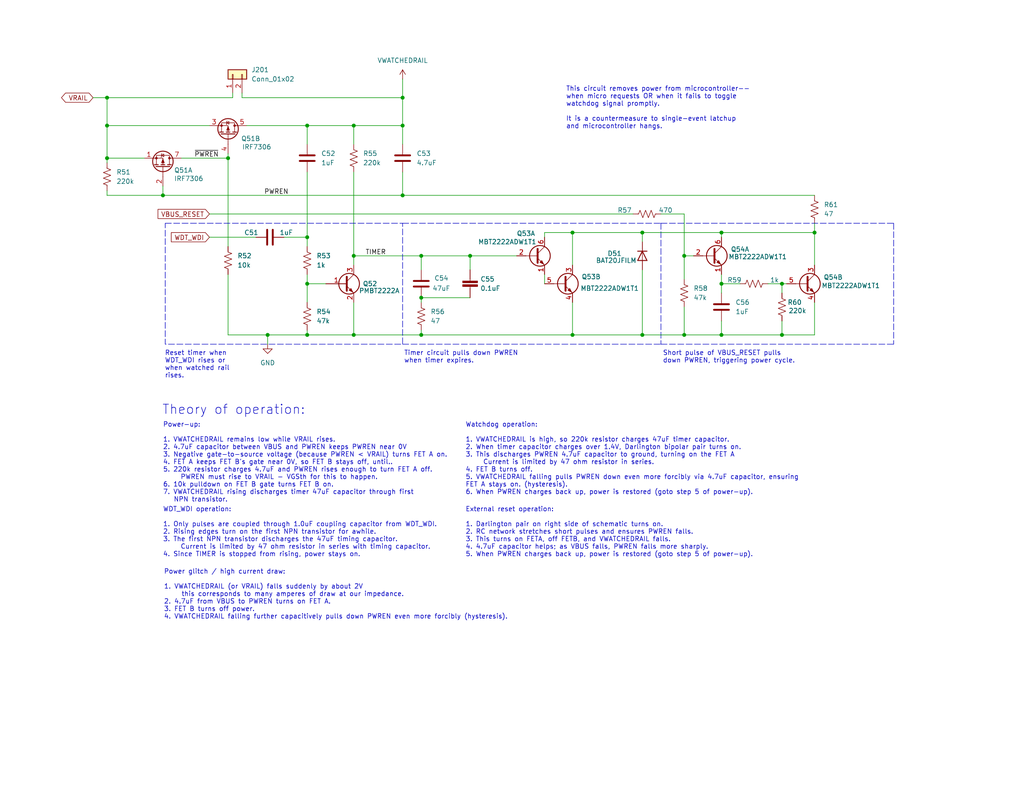
<source format=kicad_sch>
(kicad_sch (version 20231120) (generator "eeschema") (generator_version "8.0")
  (paper "USLetter")
  (title_block (title "Obi Wan Computer") (date "2024-06-07") (rev "A") (company "Luke Titi, Michael Lyle") (comment 2 "NOTE: Components labeled \"do not install\" (DNI) are not populated by default"))
  (lib_symbols
    (symbol "Connector_Generic:Conn_01x02" (pin_names (offset 1.016) hide)
      (property "Reference" "J" (at 0 2.54 0))
      (property "Value" "Conn_01x02" (at 0 -5.08 0))
      (symbol "Conn_01x02_1_1"
        (rectangle (start -1.27 -2.413) (end 0 -2.667) (stroke (width 0.1524)))
        (rectangle (start -1.27 0.127) (end 0 -0.127) (stroke (width 0.1524)))
        (rectangle (start -1.27 1.27) (end 1.27 -3.81) (stroke (width 0.254)) (fill (type background)))
        (pin passive line (at -5.08 0 0) (length 3.81) (name "Pin_1") (number "1"))
        (pin passive line (at -5.08 -2.54 0) (length 3.81) (name "Pin_2") (number "2"))
      )
    )
    (symbol "Device:C" (pin_numbers hide) (pin_names (offset 0.254))
      (property "Reference" "C" (at 0.635 2.54 0))
      (property "Value" "C" (at 0.635 -2.54 0))
      (symbol "C_0_1"
        (polyline (pts (xy -2.032 -0.762) (xy 2.032 -0.762)) (stroke (width 0.508)))
        (polyline (pts (xy -2.032 0.762) (xy 2.032 0.762)) (stroke (width 0.508)))
      )
      (symbol "C_1_1"
        (pin passive line (at 0 3.81 270) (length 2.794) (name "~") (number "1"))
        (pin passive line (at 0 -3.81 90) (length 2.794) (name "~") (number "2"))
      )
    )
    (symbol "Device:D" (pin_numbers hide) (pin_names (offset 1.016) hide)
      (property "Reference" "D" (at 0 2.54 0))
      (property "Value" "D" (at 0 -2.54 0))
      (symbol "D_0_1"
        (polyline (pts (xy -1.27 1.27) (xy -1.27 -1.27)) (stroke (width 0.254)))
        (polyline (pts (xy 1.27 0) (xy -1.27 0)))
        (polyline (pts (xy 1.27 1.27) (xy 1.27 -1.27) (xy -1.27 0) (xy 1.27 1.27)) (stroke (width 0.254)))
      )
      (symbol "D_1_1"
        (pin passive line (at -3.81 0 0) (length 2.54) (name "K") (number "1"))
        (pin passive line (at 3.81 0 180) (length 2.54) (name "A") (number "2"))
      )
    )
    (symbol "Device:R_US" (pin_numbers hide) (pin_names (offset 0))
      (property "Reference" "R" (at 2.54 0 90))
      (property "Value" "R_US" (at -2.54 0 90))
      (symbol "R_US_0_1"
        (polyline (pts (xy 0 -2.286) (xy 0 -2.54)))
        (polyline (pts (xy 0 2.286) (xy 0 2.54)))
        (polyline (pts (xy 0 -0.762) (xy 1.016 -1.143) (xy 0 -1.524) (xy -1.016 -1.905) (xy 0 -2.286)))
        (polyline (pts (xy 0 0.762) (xy 1.016 0.381) (xy 0 0) (xy -1.016 -0.381) (xy 0 -0.762)))
        (polyline (pts (xy 0 2.286) (xy 1.016 1.905) (xy 0 1.524) (xy -1.016 1.143) (xy 0 0.762)))
      )
      (symbol "R_US_1_1"
        (pin passive line (at 0 3.81 270) (length 1.27) (name "~") (number "1"))
        (pin passive line (at 0 -3.81 90) (length 1.27) (name "~") (number "2"))
      )
    )
    (symbol "Transistor_BJT:MBT2222ADW1T1" (pin_names (offset 0) hide)
      (property "Reference" "Q" (at 5.08 1.27 0))
      (property "Value" "MBT2222ADW1T1" (at 5.08 -1.27 0))
      (symbol "MBT2222ADW1T1_0_1"
        (polyline (pts (xy 0.635 0) (xy -2.54 0)))
        (polyline (pts (xy 0.635 0.635) (xy 2.54 2.54)))
        (polyline (pts (xy 0.635 -0.635) (xy 2.54 -2.54) (xy 2.54 -2.54)))
        (polyline (pts (xy 0.635 1.905) (xy 0.635 -1.905) (xy 0.635 -1.905)) (stroke (width 0.508)))
        (polyline (pts (xy 1.27 -1.778) (xy 1.778 -1.27) (xy 2.286 -2.286) (xy 1.27 -1.778) (xy 1.27 -1.778)) (fill (type outline)))
        (circle (center 1.27 0) (radius 2.8194) (stroke (width 0.254)))
      )
      (symbol "MBT2222ADW1T1_1_1"
        (pin passive line (at 2.54 -5.08 90) (length 2.54) (name "E1") (number "1"))
        (pin input line (at -5.08 0 0) (length 2.54) (name "B1") (number "2"))
        (pin passive line (at 2.54 5.08 270) (length 2.54) (name "C1") (number "6"))
      )
      (symbol "MBT2222ADW1T1_2_1"
        (pin passive line (at 2.54 5.08 270) (length 2.54) (name "C2") (number "3"))
        (pin passive line (at 2.54 -5.08 90) (length 2.54) (name "E2") (number "4"))
        (pin input line (at -5.08 0 0) (length 2.54) (name "B2") (number "5"))
      )
    )
    (symbol "Transistor_BJT:PMBT2222A" (pin_names (offset 0) hide)
      (property "Reference" "Q" (at 5.08 1.905 0))
      (property "Value" "PMBT2222A" (at 5.08 0 0))
      (symbol "PMBT2222A_0_1"
        (polyline (pts (xy 0.635 0.635) (xy 2.54 2.54)))
        (polyline (pts (xy 0.635 -0.635) (xy 2.54 -2.54) (xy 2.54 -2.54)))
        (polyline (pts (xy 0.635 1.905) (xy 0.635 -1.905) (xy 0.635 -1.905)) (stroke (width 0.508)))
        (polyline (pts (xy 1.27 -1.778) (xy 1.778 -1.27) (xy 2.286 -2.286) (xy 1.27 -1.778) (xy 1.27 -1.778)) (fill (type outline)))
        (circle (center 1.27 0) (radius 2.8194) (stroke (width 0.254)))
      )
      (symbol "PMBT2222A_1_1"
        (pin input line (at -5.08 0 0) (length 5.715) (name "B") (number "1"))
        (pin passive line (at 2.54 -5.08 90) (length 2.54) (name "E") (number "2"))
        (pin passive line (at 2.54 5.08 270) (length 2.54) (name "C") (number "3"))
      )
    )
    (symbol "Transistor_FET:IRF7324" (pin_names hide)
      (property "Reference" "Q" (at 5.08 1.905 0))
      (property "Value" "IRF7324" (at 5.08 0 0))
      (symbol "IRF7324_0_1"
        (polyline (pts (xy 0.254 0) (xy -2.54 0)))
        (polyline (pts (xy 0.254 1.905) (xy 0.254 -1.905)) (stroke (width 0.254)))
        (polyline (pts (xy 0.762 -1.27) (xy 0.762 -2.286)) (stroke (width 0.254)))
        (polyline (pts (xy 0.762 0.508) (xy 0.762 -0.508)) (stroke (width 0.254)))
        (polyline (pts (xy 0.762 2.286) (xy 0.762 1.27)) (stroke (width 0.254)))
        (polyline (pts (xy 2.54 2.54) (xy 2.54 1.778)))
        (polyline (pts (xy 2.54 -2.54) (xy 2.54 0) (xy 0.762 0)))
        (polyline (pts (xy 0.762 1.778) (xy 3.302 1.778) (xy 3.302 -1.778) (xy 0.762 -1.778)))
        (polyline (pts (xy 2.286 0) (xy 1.27 0.381) (xy 1.27 -0.381) (xy 2.286 0)) (fill (type outline)))
        (polyline (pts (xy 2.794 -0.508) (xy 2.921 -0.381) (xy 3.683 -0.381) (xy 3.81 -0.254)))
        (polyline (pts (xy 3.302 -0.381) (xy 2.921 0.254) (xy 3.683 0.254) (xy 3.302 -0.381)))
        (circle (center 1.651 0) (radius 2.794) (stroke (width 0.254)))
        (circle (center 2.54 -1.778) (radius 0.254) (fill (type outline)))
        (circle (center 2.54 1.778) (radius 0.254) (fill (type outline)))
      )
      (symbol "IRF7324_1_1"
        (pin passive line (at 2.54 -5.08 90) (length 2.54) (name "S1") (number "1"))
        (pin input line (at -5.08 0 0) (length 2.54) (name "G1") (number "2"))
        (pin passive line (at 2.54 5.08 270) (length 2.54) (name "D1") (number "7"))
        (pin passive line (at 2.54 5.08 270) (length 2.54) hide (name "D1") (number "8"))
      )
      (symbol "IRF7324_2_1"
        (pin passive line (at 2.54 -5.08 90) (length 2.54) (name "S2") (number "3"))
        (pin input line (at -5.08 0 0) (length 2.54) (name "G2") (number "4"))
        (pin passive line (at 2.54 5.08 270) (length 2.54) (name "D2") (number "5"))
        (pin passive line (at 2.54 5.08 270) (length 2.54) hide (name "D2") (number "6"))
      )
    )
    (symbol "mainboard:0.1UF-0603-25V-5%" (pin_names (offset 1.016))
      (property "Reference" "C" (at 1.524 2.921 0))
      (property "Value" "0.1UF-0603-25V-5%" (at 1.524 -2.159 0))
      (symbol "0.1UF-0603-25V-5%_1_0"
        (rectangle (start -2.032 0.508) (end 2.032 1.016) (fill (type outline)))
        (rectangle (start -2.032 1.524) (end 2.032 2.032) (fill (type outline)))
        (polyline (pts (xy 0 0) (xy 0 0.508)))
        (polyline (pts (xy 0 2.54) (xy 0 2.032)))
        (pin passive line (at 0 5.08 270) (length 2.54) (name "1") (number "1"))
        (pin passive line (at 0 -2.54 90) (length 2.54) (name "2") (number "2"))
      )
    )
    (symbol "power:GND" (power) (pin_numbers hide) (pin_names (offset 0) hide)
      (property "Value" "GND" (at 0 -3.81 0))
      (symbol "GND_0_1"
        (polyline (pts (xy 0 0) (xy 0 -1.27) (xy 1.27 -1.27) (xy 0 -2.54) (xy -1.27 -1.27) (xy 0 -1.27)))
      )
      (symbol "GND_1_1"
        (pin power_in line (at 0 0 270) (length 0) (name "~") (number "1"))
      )
    )
    (symbol "power:VBUS" (power) (pin_numbers hide) (pin_names (offset 0) hide)
      (property "Value" "VBUS" (at 0 3.556 0))
      (symbol "VBUS_0_1"
        (polyline (pts (xy -0.762 1.27) (xy 0 2.54)))
        (polyline (pts (xy 0 0) (xy 0 2.54)))
        (polyline (pts (xy 0 2.54) (xy 0.762 1.27)))
      )
      (symbol "VBUS_1_1"
        (pin power_in line (at 0 0 90) (length 0) (name "~") (number "1"))
      )
    )
  )
  (junction (at 96.52 69.85))
  (junction (at 114.935 69.85))
  (junction (at 213.36 77.47))
  (junction (at 186.69 91.44))
  (junction (at 83.82 77.47))
  (junction (at 29.21 43.18))
  (junction (at 213.36 91.44))
  (junction (at 186.69 69.85))
  (junction (at 196.85 77.47))
  (junction (at 156.21 91.44))
  (junction (at 29.21 26.67))
  (junction (at 175.26 63.5))
  (junction (at 62.23 43.18))
  (junction (at 109.855 53.34))
  (junction (at 175.26 91.44))
  (junction (at 96.52 34.29))
  (junction (at 196.85 91.44))
  (junction (at 109.855 34.29))
  (junction (at 29.21 34.29))
  (junction (at 196.85 63.5))
  (junction (at 156.21 63.5))
  (junction (at 73.025 91.44))
  (junction (at 96.52 91.44))
  (junction (at 222.25 63.5))
  (junction (at 109.855 26.67))
  (junction (at 44.45 53.34))
  (junction (at 114.935 81.28))
  (junction (at 114.935 91.44))
  (junction (at 83.82 64.77))
  (junction (at 128.27 69.85))
  (junction (at 83.82 91.44))
  (junction (at 83.82 34.29))
  (wire (pts (xy 96.52 34.29) (xy 109.855 34.29)))
  (wire (pts (xy 62.23 91.44) (xy 73.025 91.44)))
  (wire (pts (xy 25.4 26.67) (xy 29.21 26.67)))
  (wire (pts (xy 83.82 77.47) (xy 83.82 82.55)))
  (wire (pts (xy 156.21 91.44) (xy 175.26 91.44)))
  (wire (pts (xy 213.36 87.63) (xy 213.36 91.44)))
  (polyline (pts (xy 109.855 93.98) (xy 180.34 93.98)) (stroke (width 0) (type dash)))
  (polyline (pts (xy 180.34 60.96) (xy 180.34 93.98)) (stroke (width 0) (type dash)))
  (wire (pts (xy 148.59 63.5) (xy 156.21 63.5)))
  (polyline (pts (xy 109.855 60.96) (xy 180.34 60.96)) (stroke (width 0) (type dash)))
  (wire (pts (xy 96.52 46.99) (xy 96.52 69.85)))
  (wire (pts (xy 186.69 83.82) (xy 186.69 91.44)))
  (wire (pts (xy 114.935 81.28) (xy 114.935 82.55)))
  (wire (pts (xy 148.59 64.77) (xy 148.59 63.5)))
  (wire (pts (xy 77.47 64.77) (xy 83.82 64.77)))
  (wire (pts (xy 62.23 41.91) (xy 62.23 43.18)))
  (wire (pts (xy 213.36 91.44) (xy 222.25 91.44)))
  (wire (pts (xy 222.25 60.96) (xy 222.25 63.5)))
  (wire (pts (xy 109.855 34.29) (xy 109.855 26.67)))
  (wire (pts (xy 186.69 91.44) (xy 196.85 91.44)))
  (wire (pts (xy 196.85 63.5) (xy 196.85 64.77)))
  (wire (pts (xy 114.935 81.28) (xy 128.27 81.28)))
  (wire (pts (xy 83.82 74.93) (xy 83.82 77.47)))
  (wire (pts (xy 114.935 69.85) (xy 128.27 69.85)))
  (wire (pts (xy 29.21 26.67) (xy 63.5 26.67)))
  (wire (pts (xy 73.025 91.44) (xy 83.82 91.44)))
  (wire (pts (xy 175.26 73.66) (xy 175.26 91.44)))
  (wire (pts (xy 96.52 91.44) (xy 114.935 91.44)))
  (wire (pts (xy 114.935 90.17) (xy 114.935 91.44)))
  (wire (pts (xy 196.85 77.47) (xy 196.85 80.01)))
  (wire (pts (xy 156.21 63.5) (xy 156.21 72.39)))
  (wire (pts (xy 109.855 53.34) (xy 222.25 53.34)))
  (wire (pts (xy 196.85 91.44) (xy 213.36 91.44)))
  (wire (pts (xy 29.21 43.18) (xy 39.37 43.18)))
  (wire (pts (xy 29.21 43.18) (xy 29.21 44.45)))
  (wire (pts (xy 57.15 58.42) (xy 172.72 58.42)))
  (wire (pts (xy 196.85 77.47) (xy 201.93 77.47)))
  (wire (pts (xy 222.25 63.5) (xy 222.25 72.39)))
  (wire (pts (xy 213.36 77.47) (xy 214.63 77.47)))
  (polyline (pts (xy 243.84 60.96) (xy 243.84 93.98)) (stroke (width 0) (type dash)))
  (wire (pts (xy 96.52 69.85) (xy 96.52 72.39)))
  (wire (pts (xy 156.21 82.55) (xy 156.21 91.44)))
  (wire (pts (xy 83.82 90.17) (xy 83.82 91.44)))
  (wire (pts (xy 62.23 43.18) (xy 62.23 67.31)))
  (wire (pts (xy 73.025 91.44) (xy 73.025 93.98)))
  (wire (pts (xy 83.82 77.47) (xy 88.9 77.47)))
  (wire (pts (xy 175.26 63.5) (xy 175.26 66.04)))
  (wire (pts (xy 29.21 34.29) (xy 57.15 34.29)))
  (wire (pts (xy 109.855 26.67) (xy 109.855 21.59)))
  (wire (pts (xy 222.25 82.55) (xy 222.25 91.44)))
  (wire (pts (xy 213.36 77.47) (xy 213.36 80.01)))
  (wire (pts (xy 222.25 63.5) (xy 196.85 63.5)))
  (wire (pts (xy 44.45 53.34) (xy 109.855 53.34)))
  (wire (pts (xy 83.82 64.77) (xy 83.82 67.31)))
  (wire (pts (xy 66.04 25.4) (xy 66.04 26.67)))
  (wire (pts (xy 62.23 74.93) (xy 62.23 91.44)))
  (wire (pts (xy 63.5 25.4) (xy 63.5 26.67)))
  (wire (pts (xy 29.21 43.18) (xy 29.21 34.29)))
  (wire (pts (xy 66.04 26.67) (xy 109.855 26.67)))
  (wire (pts (xy 67.31 34.29) (xy 83.82 34.29)))
  (wire (pts (xy 175.26 91.44) (xy 186.69 91.44)))
  (wire (pts (xy 209.55 77.47) (xy 213.36 77.47)))
  (wire (pts (xy 96.52 82.55) (xy 96.52 91.44)))
  (wire (pts (xy 44.45 50.8) (xy 44.45 53.34)))
  (polyline (pts (xy 180.34 60.96) (xy 243.84 60.96)) (stroke (width 0) (type dash)))
  (wire (pts (xy 175.26 63.5) (xy 196.85 63.5)))
  (wire (pts (xy 29.21 53.34) (xy 29.21 52.07)))
  (wire (pts (xy 196.85 77.47) (xy 196.85 74.93)))
  (wire (pts (xy 156.21 63.5) (xy 175.26 63.5)))
  (wire (pts (xy 148.59 74.93) (xy 148.59 77.47)))
  (polyline (pts (xy 180.34 93.98) (xy 243.84 93.98)) (stroke (width 0) (type dash)))
  (wire (pts (xy 196.85 87.63) (xy 196.85 91.44)))
  (wire (pts (xy 114.935 69.85) (xy 114.935 73.66)))
  (wire (pts (xy 83.82 34.29) (xy 83.82 39.37)))
  (wire (pts (xy 83.82 46.99) (xy 83.82 64.77)))
  (wire (pts (xy 114.935 91.44) (xy 156.21 91.44)))
  (wire (pts (xy 180.34 58.42) (xy 186.69 58.42)))
  (wire (pts (xy 109.855 46.99) (xy 109.855 53.34)))
  (wire (pts (xy 186.69 69.85) (xy 186.69 76.2)))
  (wire (pts (xy 189.23 69.85) (xy 186.69 69.85)))
  (wire (pts (xy 83.82 91.44) (xy 96.52 91.44)))
  (wire (pts (xy 96.52 34.29) (xy 96.52 39.37)))
  (wire (pts (xy 57.15 64.77) (xy 69.85 64.77)))
  (wire (pts (xy 186.69 58.42) (xy 186.69 69.85)))
  (wire (pts (xy 128.27 69.85) (xy 140.97 69.85)))
  (wire (pts (xy 96.52 69.85) (xy 114.935 69.85)))
  (wire (pts (xy 83.82 34.29) (xy 96.52 34.29)))
  (wire (pts (xy 49.53 43.18) (xy 62.23 43.18)))
  (wire (pts (xy 128.27 69.85) (xy 128.27 73.66)))
  (wire (pts (xy 29.21 26.67) (xy 29.21 34.29)))
  (wire (pts (xy 29.21 53.34) (xy 44.45 53.34)))
  (wire (pts (xy 109.855 34.29) (xy 109.855 39.37)))
  (rectangle (start 45.085 60.96) (end 109.855 93.98) (stroke (width 0) (type dash)))
  (text "External reset operation:\n\n1. Darlington pair on right side of schematic turns on.\n2. RC network stretches short pulses and ensures PWREN falls.\n3. This turns on FETA, off FETB, and VWATCHEDRAIL falls.\n4. 4.7uF capacitor helps; as VBUS falls, PWREN falls more sharply.\n5. When PWREN charges back up, power is restored (goto step 5 of power-up)." (at 127 138.43 0) (effects (font (size 1.27 1.27)) (justify left top)))
  (text "WDT_WDI operation:\n\n1. Only pulses are coupled through 1.0uF coupling capacitor from WDT_WDI.\n2. Rising edges turn on the first NPN transistor for awhile.\n3. The first NPN transistor discharges the 47uF timing capacitor.\n	Current is limited by 47 ohm resistor in series with timing capacitor.\n4. Since TIMER is stopped from rising, power stays on." (at 44.45 138.43 0) (effects (font (size 1.27 1.27)) (justify left top)))
  (text "Timer circuit pulls down PWREN\nwhen timer expires." (at 110.236 95.758 0) (effects (font (size 1.27 1.27)) (justify left top)))
  (text "Power glitch / high current draw:\n\n1. VWATCHEDRAIL (or VRAIL) falls suddenly by about 2V\n	this corresponds to many amperes of draw at our impedance.\n2. 4.7uF from VBUS to PWREN turns on FET A.\n3. FET B turns off power.\n4. VWATCHEDRAIL falling further capacitively pulls down PWREN even more forcibly (hysteresis)." (at 44.704 155.448 0) (effects (font (size 1.27 1.27)) (justify left top)))
  (text "Watchdog operation:\n\n1. VWATCHEDRAIL is high, so 220k resistor charges 47uF timer capacitor.\n2. When timer capacitor charges over 1.4V, Darlington bipolar pair turns on.\n3. This discharges PWREN 4.7uF capacitor to ground, turning on the FET A\n	Current is limited by 47 ohm resistor in series.\n4. FET B turns off.\n5. VWATCHEDRAIL falling pulls PWREN down even more forcibly via 4.7uF capacitor, ensuring\nFET A stays on. (hysteresis).\n6. When PWREN charges back up, power is restored (goto step 5 of power-up)." (at 127 115.316 0) (effects (font (size 1.27 1.27)) (justify left top)))
  (text "This circuit removes power from microcontroller--\nwhen micro requests OR when it fails to toggle\nwatchdog signal promptly.\n\nIt is a countermeasure to single-event latchup\nand microcontroller hangs." (at 154.432 23.622 0) (effects (font (size 1.27 1.27)) (justify left top)))
  (text "Short pulse of VBUS_RESET pulls \ndown PWREN, triggering power cycle." (at 180.848 95.758 0) (effects (font (size 1.27 1.27)) (justify left top)))
  (text "Power-up:\n\n1. VWATCHEDRAIL remains low while VRAIL rises.\n2. 4.7uF capacitor between VBUS and PWREN keeps PWREN near 0V\n3. Negative gate-to-source voltage (because PWREN < VRAIL) turns FET A on.\n4. FET A keeps FET B's gate near 0V, so FET B stays off, until..\n5. 220k resistor charges 4.7uF and PWREN rises enough to turn FET A off.\n	PWREN must rise to VRAIL - VGSth for this to happen.\n6. 10k pulldown on FET B gate turns FET B on.\n7. VWATCHEDRAIL rising discharges timer 47uF capacitor through first\n   NPN transistor." (at 44.45 115.316 0) (effects (font (size 1.27 1.27)) (justify left top)))
  (text "Reset timer when\nWDT_WDI rises or\nwhen watched rail\nrises." (at 44.958 95.758 0) (effects (font (size 1.27 1.27)) (justify left top)))
  (text "Theory of operation:" (at 44.196 110.49 0) (effects (font (size 2.54 2.54)) (justify left top)))
  (label "~{PWREN}" (at 59.69 43.18 180))
  (label "PWREN" (at 78.74 53.34 180))
  (label "TIMER" (at 99.695 69.85 0))
  (global_label "VRAIL" (shape bidirectional) (at 25.4 26.67 180) (property "Intersheetrefs" "${INTERSHEET_REFS}" (effects (hide yes))))
  (global_label "WDT_WDI" (shape input) (at 57.15 64.77 180) (property "Intersheetrefs" "${INTERSHEET_REFS}" (effects (hide yes))))
  (global_label "VBUS_RESET" (shape input) (at 57.15 58.42 180) (property "Intersheetrefs" "${INTERSHEET_REFS}" (effects (hide yes))))
  (symbol (lib_id "Device:R_US") (at 205.74 77.47 90) (unit 1)
    (property "Reference" "R59" (at 200.406 76.454 90))
    (property "Value" "1k" (at 211.328 76.454 90))
    (property "Footprint" "Resistor_SMD:R_0603_1608Metric" (effects (hide yes)))
    (property "LCSC" "C844746" (effects (hide yes)))
  )
  (symbol (lib_id "Device:R_US") (at 83.82 71.12 0) (unit 1)
    (property "Reference" "R53" (at 86.36 69.8499 0) (effects (justify left)))
    (property "Value" "1k" (at 86.36 72.3899 0) (effects (justify left)))
    (property "Footprint" "Resistor_SMD:R_0603_1608Metric" (effects (hide yes)))
    (property "LCSC" "C844746" (effects (hide yes)))
  )
  (symbol (lib_id "Device:C") (at 73.66 64.77 90) (unit 1)
    (property "Reference" "C51" (at 68.58 63.5 90))
    (property "Value" "1uF" (at 78.105 63.5 90))
    (property "Footprint" "Capacitor_SMD:C_0603_1608Metric" (effects (hide yes)))
    (property "Description" "16V 1uF X7R ±10% 0603" (effects (hide yes)))
    (property "LCSC" "C59782" (effects (hide yes)))
    (property "Manufacturer_Name" " Samsung Electro-Mechanics" (effects (hide yes)))
    (property "Manufacturer_Part_Number" " CL10B105KO8NNNC" (effects (hide yes)))
  )
  (symbol (lib_id "power:GND") (at 73.025 93.98 0) (unit 1)
    (property "Reference" "#PWR051" (effects (hide yes)))
    (property "Value" "GND" (at 73.025 99.06 0))
    (property "Description" "Power symbol creates a global label with name \"GND\" , ground" (effects (hide yes)))
  )
  (symbol (lib_id "Device:C") (at 83.82 43.18 180) (unit 1)
    (property "Reference" "C52" (at 87.63 41.9099 0) (effects (justify right)))
    (property "Value" "1uF" (at 87.63 44.4499 0) (effects (justify right)))
    (property "Footprint" "Capacitor_SMD:C_0603_1608Metric" (effects (hide yes)))
    (property "Description" "16V 1uF X7R ±10% 0603" (effects (hide yes)))
    (property "LCSC" "C59782" (effects (hide yes)))
    (property "Manufacturer_Name" " Samsung Electro-Mechanics" (effects (hide yes)))
    (property "Manufacturer_Part_Number" " CL10B105KO8NNNC" (effects (hide yes)))
  )
  (symbol (lib_id "Device:C") (at 196.85 83.82 180) (unit 1)
    (property "Reference" "C56" (at 200.66 82.5499 0) (effects (justify right)))
    (property "Value" "1uF" (at 200.66 85.0899 0) (effects (justify right)))
    (property "Footprint" "Capacitor_SMD:C_0603_1608Metric" (effects (hide yes)))
    (property "Description" "16V 1uF X7R ±10% 0603" (effects (hide yes)))
    (property "LCSC" "C59782" (effects (hide yes)))
    (property "Manufacturer_Name" " Samsung Electro-Mechanics" (effects (hide yes)))
    (property "Manufacturer_Part_Number" " CL10B105KO8NNNC" (effects (hide yes)))
  )
  (symbol (lib_id "Transistor_BJT:MBT2222ADW1T1") (at 146.05 69.85 0) (unit 1)
    (property "Reference" "Q53" (at 143.51 63.754 0))
    (property "Value" "MBT2222ADW1T1" (at 138.43 66.04 0))
    (property "Footprint" "Package_TO_SOT_SMD:SOT-363_SC-70-6" (effects (hide yes)))
    (property "Datasheet" "http://www.onsemi.com/pub_link/Collateral/MBT2222ADW1T1-D.PDF" (effects (hide yes)))
    (property "Description" "Dual NPN BJT - 2NPN" (effects (hide yes)))
    (property "LCSC" "C157366" (effects (hide yes)))
    (property "Manufacturer_Name" "onsemi" (effects (hide yes)))
    (property "Manufacturer_Part_Number" "MBT2222ADW1T1G" (effects (hide yes)))
  )
  (symbol (lib_id "Device:R_US") (at 29.21 48.26 180) (unit 1)
    (property "Reference" "R51" (at 31.75 46.9899 0) (effects (justify right)))
    (property "Value" "220k" (at 31.75 49.5299 0) (effects (justify right)))
    (property "Footprint" "Resistor_SMD:R_0603_1608Metric" (effects (hide yes)))
    (property "Description" "Resistor, US symbol" (effects (hide yes)))
    (property "LCSC" "C123420" (effects (hide yes)))
  )
  (symbol (lib_id "Device:R_US") (at 114.935 86.36 0) (unit 1)
    (property "Reference" "R56" (at 117.475 85.0899 0) (effects (justify left)))
    (property "Value" "47" (at 117.475 87.6299 0) (effects (justify left)))
    (property "Footprint" "Resistor_SMD:R_0603_1608Metric" (effects (hide yes)))
    (property "Description" "Resistor, US symbol" (effects (hide yes)))
    (property "LCSC" "C114623" (effects (hide yes)))
  )
  (symbol (lib_id "Device:D") (at 175.26 69.85 270) (unit 1)
    (property "Reference" "D51" (at 165.735 69.215 90) (effects (justify left)))
    (property "Value" "BAT20JFILM" (at 162.56 71.12 90) (effects (justify left)))
    (property "Footprint" "Diode_SMD:D_SOD-323" (effects (hide yes)))
    (property "Description" "Diode" (effects (hide yes)))
    (property "Sim.Device" "D" (effects (hide yes)))
    (property "Sim.Pins" "1=K 2=A" (effects (hide yes)))
    (property "Sim.Library" "/Users/mlyle/Downloads/modelos_subckt/Diode_BJT_FET/IdealDiode.lib" (effects (hide yes)))
    (property "Sim.Name" ".Schottky" (effects (hide yes)))
    (property "Manufacturer_Part_Number" "BAT20JFILM" (effects (hide yes)))
    (property "LCSC" "C155590" (effects (hide yes)))
  )
  (symbol (lib_id "Device:R_US") (at 62.23 71.12 0) (unit 1)
    (property "Reference" "R52" (at 64.77 69.8499 0) (effects (justify left)))
    (property "Value" "10k" (at 64.77 72.3899 0) (effects (justify left)))
    (property "Footprint" "Resistor_SMD:R_0603_1608Metric" (effects (hide yes)))
    (property "LCSC" "C191124" (effects (hide yes)))
  )
  (symbol (lib_id "Device:R_US") (at 96.52 43.18 180) (unit 1)
    (property "Reference" "R55" (at 99.06 41.9099 0) (effects (justify right)))
    (property "Value" "220k" (at 99.06 44.4499 0) (effects (justify right)))
    (property "Footprint" "Resistor_SMD:R_0603_1608Metric" (effects (hide yes)))
    (property "Description" "Resistor, US symbol" (effects (hide yes)))
    (property "LCSC" "C123420" (effects (hide yes)))
  )
  (symbol (lib_id "Device:R_US") (at 176.53 58.42 90) (unit 1)
    (property "Reference" "R57" (at 170.434 57.404 90))
    (property "Value" "470" (at 181.61 57.404 90))
    (property "Footprint" "Resistor_SMD:R_0603_1608Metric" (effects (hide yes)))
    (property "Description" "Resistor, US symbol" (effects (hide yes)))
    (property "LCSC" "C114669" (effects (hide yes)))
  )
  (symbol (lib_id "Transistor_BJT:PMBT2222A") (at 93.98 77.47 0) (unit 1)
    (property "Reference" "Q52" (at 100.965 77.47 0))
    (property "Value" "PMBT2222A" (at 103.505 79.375 0))
    (property "Footprint" "Package_TO_SOT_SMD:SOT-23" (effects (hide yes)))
    (property "Datasheet" "https://assets.nexperia.com/documents/data-sheet/PMBT2222A.pdf" (effects (hide yes)))
    (property "Description" "600mA Ic, 40V Vce, NPN Transistor, SOT-23" (effects (hide yes)))
    (property "LCSC" "C23869 " (effects (hide yes)))
  )
  (symbol (lib_id "Device:R_US") (at 186.69 80.01 0) (unit 1)
    (property "Reference" "R58" (at 189.23 78.7399 0) (effects (justify left)))
    (property "Value" "47k" (at 189.23 81.2799 0) (effects (justify left)))
    (property "Footprint" "Resistor_SMD:R_0603_1608Metric" (effects (hide yes)))
    (property "Description" "Resistor, US symbol" (effects (hide yes)))
    (property "LCSC" "C105579" (effects (hide yes)))
  )
  (symbol (lib_id "power:VBUS") (at 109.855 21.59 0) (unit 1)
    (property "Reference" "#PWR052" (effects (hide yes)))
    (property "Value" "VWATCHEDRAIL" (at 109.855 16.51 0))
    (property "Description" "Power symbol creates a global label with name \"VBUS\"" (effects (hide yes)))
  )
  (symbol (lib_id "Device:C") (at 109.855 43.18 180) (unit 1)
    (property "Reference" "C53" (at 113.665 41.9099 0) (effects (justify right)))
    (property "Value" "4.7uF" (at 113.665 44.4499 0) (effects (justify right)))
    (property "Footprint" "Capacitor_SMD:C_0603_1608Metric" (effects (hide yes)))
    (property "Description" "16V 4.7uF X5R ±10% 0603" (effects (hide yes)))
    (property "LCSC" " C19666" (effects (hide yes)))
    (property "Manufacturer_Name" " Samsung Electro-Mechanics" (effects (hide yes)))
    (property "Manufacturer_Part_Number" "CL10A475KO8NNNC" (effects (hide yes)))
  )
  (symbol (lib_id "Connector_Generic:Conn_01x02") (at 63.5 20.32 90) (unit 1)
    (property "Reference" "J201" (at 68.58 19.0499 90) (effects (justify right)))
    (property "Value" "Conn_01x02" (at 68.58 21.5899 90) (effects (justify right)))
    (property "Footprint" "Connector_PinHeader_2.00mm:PinHeader_1x02_P2.00mm_Vertical" (effects (hide yes)))
    (property "Description" "Generic connector, single row, 01x02, script generated (kicad-library-utils/schlib/autogen/connector/)" (effects (hide yes)))
    (property "DNI" "NP_JLC" (effects (hide yes)))
  )
  (symbol (lib_id "Device:R_US") (at 222.25 57.15 0) (unit 1)
    (property "Reference" "R61" (at 224.79 55.8799 0) (effects (justify left)))
    (property "Value" "47" (at 224.79 58.4199 0) (effects (justify left)))
    (property "Footprint" "Resistor_SMD:R_0603_1608Metric" (effects (hide yes)))
    (property "Description" "Resistor, US symbol" (effects (hide yes)))
    (property "LCSC" "C114623" (effects (hide yes)))
  )
  (symbol (lib_id "mainboard:0.1UF-0603-25V-5%") (at 128.27 78.74 0) (unit 1)
    (property "Reference" "C55" (at 131.064 76.2 0) (effects (justify left)))
    (property "Value" "0.1uF" (at 131.064 78.74 0) (effects (justify left)))
    (property "Footprint" "Capacitor_SMD:C_0603_1608Metric" (effects (hide yes)))
    (property "Description" "50V 100nF X7R ±10% 0603" (effects (hide yes)))
    (property "LCSC" "C1591" (effects (hide yes)))
  )
  (symbol (lib_id "Transistor_BJT:MBT2222ADW1T1") (at 219.71 77.47 0) (unit 2)
    (property "Reference" "Q54" (at 227.33 75.692 0))
    (property "Value" "MBT2222ADW1T1" (at 232.156 77.978 0))
    (property "Footprint" "Package_TO_SOT_SMD:SOT-363_SC-70-6" (effects (hide yes)))
    (property "Datasheet" "http://www.onsemi.com/pub_link/Collateral/MBT2222ADW1T1-D.PDF" (effects (hide yes)))
    (property "Description" "Dual NPN BJT - 2NPN" (effects (hide yes)))
    (property "LCSC" "C157366" (effects (hide yes)))
    (property "Manufacturer_Name" "onsemi" (effects (hide yes)))
    (property "Manufacturer_Part_Number" "MBT2222ADW1T1G" (effects (hide yes)))
  )
  (symbol (lib_id "Device:C") (at 114.935 77.47 180) (unit 1)
    (property "Reference" "C54" (at 118.491 75.946 0) (effects (justify right)))
    (property "Value" "47uF" (at 117.983 78.74 0) (effects (justify right)))
    (property "Footprint" "Capacitor_SMD:C_0805_2012Metric" (effects (hide yes)))
    (property "LCSC" "C124129" (effects (hide yes)))
    (property "Manufacturer_Name" "Murata" (effects (hide yes)))
  )
  (symbol (lib_id "Transistor_BJT:MBT2222ADW1T1") (at 194.31 69.85 0) (unit 1)
    (property "Reference" "Q54" (at 201.93 68.072 0))
    (property "Value" "MBT2222ADW1T1" (at 206.756 70.104 0))
    (property "Footprint" "Package_TO_SOT_SMD:SOT-363_SC-70-6" (effects (hide yes)))
    (property "Datasheet" "http://www.onsemi.com/pub_link/Collateral/MBT2222ADW1T1-D.PDF" (effects (hide yes)))
    (property "Description" "Dual NPN BJT - 2NPN" (effects (hide yes)))
    (property "LCSC" "C157366" (effects (hide yes)))
    (property "Manufacturer_Name" "onsemi" (effects (hide yes)))
    (property "Manufacturer_Part_Number" "MBT2222ADW1T1G" (effects (hide yes)))
  )
  (symbol (lib_id "Device:R_US") (at 83.82 86.36 180) (unit 1)
    (property "Reference" "R54" (at 86.36 85.0899 0) (effects (justify right)))
    (property "Value" "47k" (at 86.36 87.6299 0) (effects (justify right)))
    (property "Footprint" "Resistor_SMD:R_0603_1608Metric" (effects (hide yes)))
    (property "Description" "Resistor, US symbol" (effects (hide yes)))
    (property "LCSC" "C105579" (effects (hide yes)))
  )
  (symbol (lib_id "Transistor_FET:IRF7324") (at 44.45 45.72 270) (mirror x) (unit 1)
    (property "Reference" "Q51" (at 47.498 46.482 90) (effects (justify left)))
    (property "Value" "IRF7306" (at 47.498 48.768 90) (effects (justify left)))
    (property "Footprint" "Package_SO:SOIC-8_3.9x4.9mm_P1.27mm" (effects (hide yes)))
    (property "Datasheet" "https://www.infineon.com/dgdl/irf7306pbf.pdf?fileId=5546d462533600a4015355f1fc421b0a" (effects (hide yes)))
    (property "Description" "-9A Id, -20V Vds, Dual HEXFET P-Channel MOSFET, SO-8" (effects (hide yes)))
    (property "LCSC" "C537809 " (effects (hide yes)))
  )
  (symbol (lib_id "Transistor_BJT:MBT2222ADW1T1") (at 153.67 77.47 0) (unit 2)
    (property "Reference" "Q53" (at 161.29 75.565 0))
    (property "Value" "MBT2222ADW1T1" (at 166.37 78.74 0))
    (property "Footprint" "Package_TO_SOT_SMD:SOT-363_SC-70-6" (effects (hide yes)))
    (property "Datasheet" "http://www.onsemi.com/pub_link/Collateral/MBT2222ADW1T1-D.PDF" (effects (hide yes)))
    (property "Description" "Dual NPN BJT - 2NPN" (effects (hide yes)))
    (property "LCSC" "C157366" (effects (hide yes)))
    (property "Manufacturer_Name" "onsemi" (effects (hide yes)))
    (property "Manufacturer_Part_Number" "MBT2222ADW1T1G" (effects (hide yes)))
  )
  (symbol (lib_id "Device:R_US") (at 213.36 83.82 180) (unit 1)
    (property "Reference" "R60" (at 214.884 82.55 0) (effects (justify right)))
    (property "Value" "220k" (at 215.138 84.836 0) (effects (justify right)))
    (property "Footprint" "Resistor_SMD:R_0603_1608Metric" (effects (hide yes)))
    (property "Description" "Resistor, US symbol" (effects (hide yes)))
    (property "LCSC" "C123420" (effects (hide yes)))
  )
  (symbol (lib_id "Transistor_FET:IRF7324") (at 62.23 36.83 270) (mirror x) (unit 2)
    (property "Reference" "Q51" (at 65.786 37.846 90) (effects (justify left)))
    (property "Value" "IRF7306" (at 66.04 40.132 90) (effects (justify left)))
    (property "Footprint" "Package_SO:SOIC-8_3.9x4.9mm_P1.27mm" (effects (hide yes)))
    (property "Datasheet" "https://www.infineon.com/dgdl/irf7306pbf.pdf?fileId=5546d462533600a4015355f1fc421b0a" (effects (hide yes)))
    (property "Description" "-9A Id, -20V Vds, Dual HEXFET P-Channel MOSFET, SO-8" (effects (hide yes)))
    (property "LCSC" "C537809 " (effects (hide yes)))
  )
)
</source>
